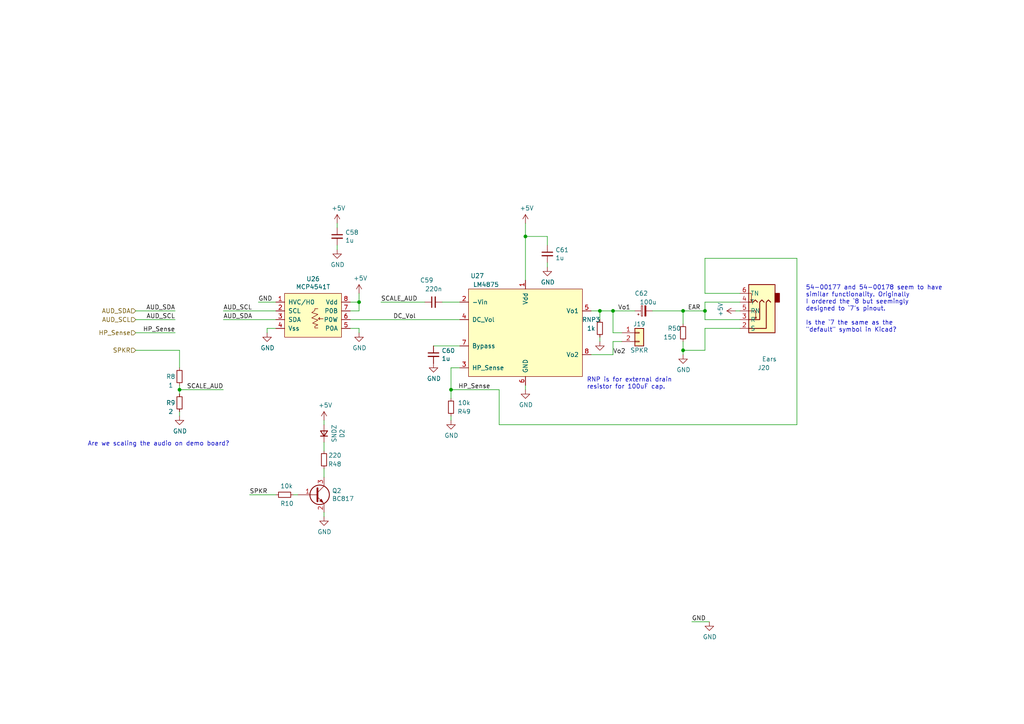
<source format=kicad_sch>
(kicad_sch (version 20230121) (generator eeschema)
  (paper "A4")
  (title_block (title "Audio") (date "2022-06-27") (rev "3b") (company "twitch.tv/baldengineer"))
  (lib_symbols
    (symbol "Mega IIe Rev3 Symbols:AudioJack3_SwitchTR-Tensility_Pins"
      (property "Reference" "J20" (at 0 13.97 0))
      (property "Value" "Ears" (at -1.27 11.43 0))
      (symbol "AudioJack3_SwitchTR-Tensility_Pins_0_1"
        (rectangle (start -5.08 -5.08) (end -6.35 -7.62) (stroke (width 0.254)) (fill (type outline)))
        (polyline (pts (xy 0.508 -0.254) (xy 0.762 -0.762)))
        (polyline (pts (xy 1.778 -5.334) (xy 2.032 -5.842)))
        (polyline (pts (xy 0 -5.08) (xy 0.635 -5.715) (xy 1.27 -5.08) (xy 2.54 -5.08)) (stroke (width 0.254)))
        (polyline (pts (xy 2.54 -7.62) (xy 1.778 -7.62) (xy 1.778 -5.334) (xy 1.524 -5.842)))
        (polyline (pts (xy 2.54 -2.54) (xy 0.508 -2.54) (xy 0.508 -0.254) (xy 0.254 -0.762)))
        (polyline (pts (xy -1.905 -5.08) (xy -1.27 -5.715) (xy -0.635 -5.08) (xy -0.635 0) (xy 2.54 0)) (stroke (width 0.254)))
        (polyline (pts (xy 2.54 2.54) (xy -2.54 2.54) (xy -2.54 -5.08) (xy -3.175 -5.715) (xy -3.81 -5.08)) (stroke (width 0.254)))
        (rectangle (start 2.54 3.81) (end -5.08 -10.16) (stroke (width 0.254)) (fill (type background)))
      )
      (symbol "AudioJack3_SwitchTR-Tensility_Pins_1_1"
        (pin passive line (at 5.08 2.54 180) (length 2.54) (name "S") (number "2"))
        (pin passive line (at 5.08 0 180) (length 2.54) (name "R") (number "3"))
        (pin passive line (at 5.08 -5.08 180) (length 2.54) (name "T") (number "4"))
        (pin passive line (at 5.08 -2.54 180) (length 2.54) (name "RN") (number "5"))
        (pin passive line (at 5.08 -7.62 180) (length 2.54) (name "TN") (number "6"))
      )
    )
    (symbol "Mega IIe Rev3 Symbols:C_Polarized_Small" (pin_numbers hide) (pin_names (offset 0.254) hide)
      (property "Reference" "C" (at 0.254 1.778 0))
      (property "Value" "C_Polarized_Small" (at 0.254 -2.032 0))
      (symbol "C_Polarized_Small_0_1"
        (rectangle (start -1.524 -0.3048) (end 1.524 -0.6858) (fill (type outline)))
        (rectangle (start -1.524 0.6858) (end 1.524 0.3048))
        (polyline (pts (xy -1.27 1.524) (xy -0.762 1.524)))
        (polyline (pts (xy -1.016 1.27) (xy -1.016 1.778)))
      )
      (symbol "C_Polarized_Small_1_1"
        (pin passive line (at 0 2.54 270) (length 1.8542) (name "~") (number "1"))
        (pin passive line (at 0 -2.54 90) (length 1.8542) (name "~") (number "2"))
      )
    )
    (symbol "Mega IIe Rev3 Symbols:C_Small" (pin_numbers hide) (pin_names (offset 0.254) hide)
      (property "Reference" "C" (at 0.254 1.778 0))
      (property "Value" "C_Small" (at 0.254 -2.032 0))
      (symbol "C_Small_0_1"
        (polyline (pts (xy -1.524 -0.508) (xy 1.524 -0.508)) (stroke (width 0.3302)))
        (polyline (pts (xy -1.524 0.508) (xy 1.524 0.508)) (stroke (width 0.3048)))
      )
      (symbol "C_Small_1_1"
        (pin passive line (at 0 2.54 270) (length 2.032) (name "~") (number "1"))
        (pin passive line (at 0 -2.54 90) (length 2.032) (name "~") (number "2"))
      )
    )
    (symbol "Mega IIe Rev3 Symbols:Conn_01x02" (pin_names (offset 1.016) hide)
      (property "Reference" "J" (at 0 2.54 0))
      (property "Value" "Conn_01x02" (at 0 -5.08 0))
      (symbol "Conn_01x02_1_1"
        (rectangle (start -1.27 -2.413) (end 0 -2.667) (stroke (width 0.1524)))
        (rectangle (start -1.27 0.127) (end 0 -0.127) (stroke (width 0.1524)))
        (rectangle (start -1.27 1.27) (end 1.27 -3.81) (stroke (width 0.254)) (fill (type background)))
        (pin passive line (at -5.08 0 0) (length 3.81) (name "Pin_1") (number "1"))
        (pin passive line (at -5.08 -2.54 0) (length 3.81) (name "Pin_2") (number "2"))
      )
    )
    (symbol "Mega IIe Rev3 Symbols:D_1206" (pin_numbers hide) (pin_names (offset 0.254) hide)
      (property "Reference" "D" (at -1.27 2.032 0))
      (property "Value" "D_1206" (at -3.81 -2.032 0))
      (symbol "D_1206_0_1"
        (polyline (pts (xy -0.762 -1.016) (xy -0.762 1.016)) (stroke (width 0.254)))
        (polyline (pts (xy -0.762 0) (xy 0.762 0)))
        (polyline (pts (xy 0.762 -1.016) (xy -0.762 0) (xy 0.762 1.016) (xy 0.762 -1.016)) (stroke (width 0.254)))
      )
      (symbol "D_1206_1_1"
        (pin passive line (at -2.54 0 0) (length 1.778) (name "K") (number "1"))
        (pin passive line (at 2.54 0 180) (length 1.778) (name "A") (number "2"))
      )
    )
    (symbol "Mega IIe Rev3 Symbols:LM4875-My_Library" (pin_names (offset 1.016))
      (property "Reference" "U27" (at -13.97 15.24 0))
      (property "Value" "LM4875" (at -11.43 12.7 0))
      (symbol "LM4875-My_Library_0_1"
        (rectangle (start -16.51 11.43) (end 16.51 -13.97) (fill (type background)))
      )
      (symbol "LM4875-My_Library_1_1"
        (pin power_in line (at 0 13.97 270) (length 2.54) (name "Vdd") (number "1"))
        (pin input line (at -19.05 7.62 0) (length 2.54) (name "-Vin") (number "2"))
        (pin input line (at -19.05 -11.43 0) (length 2.54) (name "HP_Sense") (number "3"))
        (pin input line (at -19.05 2.54 0) (length 2.54) (name "DC_Vol") (number "4"))
        (pin output line (at 19.05 5.08 180) (length 2.54) (name "Vo1") (number "5"))
        (pin power_in line (at 0 -16.51 90) (length 2.54) (name "GND") (number "6"))
        (pin power_out line (at -19.05 -5.08 0) (length 2.54) (name "Bypass") (number "7"))
        (pin output line (at 19.05 -7.62 180) (length 2.54) (name "Vo2") (number "8"))
      )
    )
    (symbol "Mega IIe Rev3 Symbols:MCP4541T" (pin_names (offset 1.016))
      (property "Reference" "U26" (at -0.635 10.541 0))
      (property "Value" "MCP4541T" (at -0.635 8.2296 0))
      (symbol "MCP4541T_0_1"
        (rectangle (start -8.89 6.35) (end 7.62 -6.35) (fill (type background)))
        (polyline (pts (xy 2.286 -1.016) (xy 1.27 -1.016) (xy 1.27 -0.635) (xy 0.889 -1.016) (xy 1.27 -1.27) (xy 1.27 -1.016)))
        (polyline (pts (xy 0.762 -3.683) (xy -0.127 -3.683) (xy -0.127 -3.175) (xy 0.762 -2.794) (xy -0.762 -2.286) (xy 0.762 -1.397) (xy -1.016 -0.762) (xy 0.762 0.254) (xy -1.016 0.762) (xy -0.127 1.397) (xy -0.127 1.905) (xy 0.762 1.905)))
      )
      (symbol "MCP4541T_1_1"
        (pin bidirectional line (at -11.43 3.81 0) (length 2.54) (name "HVC/H0") (number "1"))
        (pin bidirectional line (at -11.43 1.27 0) (length 2.54) (name "SCL") (number "2"))
        (pin bidirectional line (at -11.43 -1.27 0) (length 2.54) (name "SDA") (number "3"))
        (pin power_in line (at -11.43 -3.81 0) (length 2.54) (name "Vss") (number "4"))
        (pin passive line (at 10.16 -3.81 180) (length 2.54) (name "P0A") (number "5"))
        (pin passive line (at 10.16 -1.27 180) (length 2.54) (name "P0W") (number "6"))
        (pin passive line (at 10.16 1.27 180) (length 2.54) (name "P0B") (number "7"))
        (pin power_in line (at 10.16 3.81 180) (length 2.54) (name "Vdd") (number "8"))
      )
    )
    (symbol "Mega IIe Rev3 Symbols:Q_NPN_BEC" (pin_names (offset 0) hide)
      (property "Reference" "Q" (at 5.08 1.27 0))
      (property "Value" "Q_NPN_BEC" (at 5.08 -1.27 0))
      (symbol "Q_NPN_BEC_0_1"
        (polyline (pts (xy 0.635 0.635) (xy 2.54 2.54)))
        (polyline (pts (xy 0.635 -0.635) (xy 2.54 -2.54) (xy 2.54 -2.54)))
        (polyline (pts (xy 0.635 1.905) (xy 0.635 -1.905) (xy 0.635 -1.905)) (stroke (width 0.508)))
        (polyline (pts (xy 1.27 -1.778) (xy 1.778 -1.27) (xy 2.286 -2.286) (xy 1.27 -1.778) (xy 1.27 -1.778)) (fill (type outline)))
        (circle (center 1.27 0) (radius 2.8194) (stroke (width 0.254)))
      )
      (symbol "Q_NPN_BEC_1_1"
        (pin input line (at -5.08 0 0) (length 5.715) (name "B") (number "1"))
        (pin passive line (at 2.54 -5.08 90) (length 2.54) (name "E") (number "2"))
        (pin passive line (at 2.54 5.08 270) (length 2.54) (name "C") (number "3"))
      )
    )
    (symbol "Mega IIe Rev3 Symbols:R_0805" (pin_numbers hide) (pin_names (offset 0.254) hide)
      (property "Reference" "R" (at 0.762 0.508 0))
      (property "Value" "R_0805" (at 0.762 -1.016 0))
      (symbol "R_0805_0_1"
        (rectangle (start -0.762 1.778) (end 0.762 -1.778) (stroke (width 0.2032)))
      )
      (symbol "R_0805_1_1"
        (pin passive line (at 0 2.54 270) (length 0.762) (name "~") (number "1"))
        (pin passive line (at 0 -2.54 90) (length 0.762) (name "~") (number "2"))
      )
    )
    (symbol "R_0805_1" (pin_numbers hide) (pin_names (offset 0.254) hide)
      (property "Reference" "R" (at 0.762 0.508 0))
      (property "Value" "R_0805_1" (at 0.762 -1.016 0))
      (symbol "R_0805_1_0_1"
        (rectangle (start -0.762 1.778) (end 0.762 -1.778) (stroke (width 0.2032)))
      )
      (symbol "R_0805_1_1_1"
        (pin passive line (at 0 2.54 270) (length 0.762) (name "~") (number "1"))
        (pin passive line (at 0 -2.54 90) (length 0.762) (name "~") (number "2"))
      )
    )
    (symbol "R_0805_2" (pin_numbers hide) (pin_names (offset 0.254) hide)
      (property "Reference" "R" (at 0.762 0.508 0))
      (property "Value" "R_0805_2" (at 0.762 -1.016 0))
      (symbol "R_0805_2_0_1"
        (rectangle (start -0.762 1.778) (end 0.762 -1.778) (stroke (width 0.2032)))
      )
      (symbol "R_0805_2_1_1"
        (pin passive line (at 0 2.54 270) (length 0.762) (name "~") (number "1"))
        (pin passive line (at 0 -2.54 90) (length 0.762) (name "~") (number "2"))
      )
    )
    (symbol "R_0805_3" (pin_numbers hide) (pin_names (offset 0.254) hide)
      (property "Reference" "R" (at 0.762 0.508 0))
      (property "Value" "R_0805_3" (at 0.762 -1.016 0))
      (symbol "R_0805_3_0_1"
        (rectangle (start -0.762 1.778) (end 0.762 -1.778) (stroke (width 0.2032)))
      )
      (symbol "R_0805_3_1_1"
        (pin passive line (at 0 2.54 270) (length 0.762) (name "~") (number "1"))
        (pin passive line (at 0 -2.54 90) (length 0.762) (name "~") (number "2"))
      )
    )
    (symbol "R_0805_4" (pin_numbers hide) (pin_names (offset 0.254) hide)
      (property "Reference" "R" (at 0.762 0.508 0))
      (property "Value" "R_0805_4" (at 0.762 -1.016 0))
      (symbol "R_0805_4_0_1"
        (rectangle (start -0.762 1.778) (end 0.762 -1.778) (stroke (width 0.2032)))
      )
      (symbol "R_0805_4_1_1"
        (pin passive line (at 0 2.54 270) (length 0.762) (name "~") (number "1"))
        (pin passive line (at 0 -2.54 90) (length 0.762) (name "~") (number "2"))
      )
    )
    (symbol "R_0805_5" (pin_numbers hide) (pin_names (offset 0.254) hide)
      (property "Reference" "R" (at 0.762 0.508 0))
      (property "Value" "R_0805_5" (at 0.762 -1.016 0))
      (symbol "R_0805_5_0_1"
        (rectangle (start -0.762 1.778) (end 0.762 -1.778) (stroke (width 0.2032)))
      )
      (symbol "R_0805_5_1_1"
        (pin passive line (at 0 2.54 270) (length 0.762) (name "~") (number "1"))
        (pin passive line (at 0 -2.54 90) (length 0.762) (name "~") (number "2"))
      )
    )
    (symbol "R_0805_6" (pin_numbers hide) (pin_names (offset 0.254) hide)
      (property "Reference" "R" (at 0.762 0.508 0))
      (property "Value" "R_0805_6" (at 0.762 -1.016 0))
      (symbol "R_0805_6_0_1"
        (rectangle (start -0.762 1.778) (end 0.762 -1.778) (stroke (width 0.2032)))
      )
      (symbol "R_0805_6_1_1"
        (pin passive line (at 0 2.54 270) (length 0.762) (name "~") (number "1"))
        (pin passive line (at 0 -2.54 90) (length 0.762) (name "~") (number "2"))
      )
    )
    (symbol "power:+5V" (power) (pin_names (offset 0))
      (property "Value" "+5V" (at 0 3.556 0))
      (symbol "+5V_0_1"
        (polyline (pts (xy -0.762 1.27) (xy 0 2.54)))
        (polyline (pts (xy 0 0) (xy 0 2.54)))
        (polyline (pts (xy 0 2.54) (xy 0.762 1.27)))
      )
      (symbol "+5V_1_1"
        (pin power_in line (at 0 0 90) (length 0) hide (name "+5V") (number "1"))
      )
    )
    (symbol "power:GND" (power) (pin_names (offset 0))
      (property "Value" "GND" (at 0 -3.81 0))
      (symbol "GND_0_1"
        (polyline (pts (xy 0 0) (xy 0 -1.27) (xy 1.27 -1.27) (xy 0 -2.54) (xy -1.27 -1.27) (xy 0 -1.27)))
      )
      (symbol "GND_1_1"
        (pin power_in line (at 0 0 270) (length 0) hide (name "GND") (number "1"))
      )
    )
  )
  (junction (at 198.12 101.6))
  (junction (at 52.07 113.03))
  (junction (at 177.8 90.17))
  (junction (at 130.81 113.03))
  (junction (at 204.47 90.17))
  (junction (at 198.12 90.17))
  (junction (at 173.99 90.17))
  (junction (at 152.4 68.58))
  (junction (at 104.14 87.63))
  (wire (pts (xy 158.75 76.2) (xy 158.75 77.47)))
  (wire (pts (xy 177.8 96.52) (xy 180.34 96.52)))
  (wire (pts (xy 214.63 95.25) (xy 204.47 95.25)))
  (wire (pts (xy 39.37 90.17) (xy 50.8 90.17)))
  (wire (pts (xy 130.81 106.68) (xy 133.35 106.68)))
  (wire (pts (xy 198.12 99.06) (xy 198.12 101.6)))
  (wire (pts (xy 177.8 102.87) (xy 177.8 99.06)))
  (wire (pts (xy 52.07 111.76) (xy 52.07 113.03)))
  (wire (pts (xy 52.07 101.6) (xy 52.07 106.68)))
  (wire (pts (xy 97.79 64.77) (xy 97.79 66.04)))
  (wire (pts (xy 198.12 101.6) (xy 198.12 102.87)))
  (wire (pts (xy 152.4 111.76) (xy 152.4 113.03)))
  (wire (pts (xy 231.14 74.93) (xy 231.14 123.19)))
  (wire (pts (xy 204.47 95.25) (xy 204.47 101.6)))
  (wire (pts (xy 158.75 68.58) (xy 152.4 68.58)))
  (wire (pts (xy 133.35 87.63) (xy 128.27 87.63)))
  (wire (pts (xy 133.35 92.71) (xy 101.6 92.71)))
  (wire (pts (xy 39.37 96.52) (xy 50.8 96.52)))
  (wire (pts (xy 214.63 87.63) (xy 204.47 87.63)))
  (wire (pts (xy 104.14 90.17) (xy 104.14 87.63)))
  (wire (pts (xy 101.6 95.25) (xy 104.14 95.25)))
  (wire (pts (xy 110.49 87.63) (xy 123.19 87.63)))
  (wire (pts (xy 52.07 113.03) (xy 52.07 114.3)))
  (wire (pts (xy 204.47 87.63) (xy 204.47 90.17)))
  (wire (pts (xy 93.98 148.59) (xy 93.98 149.86)))
  (wire (pts (xy 93.98 135.89) (xy 93.98 138.43)))
  (wire (pts (xy 189.23 90.17) (xy 198.12 90.17)))
  (wire (pts (xy 39.37 92.71) (xy 50.8 92.71)))
  (wire (pts (xy 52.07 113.03) (xy 64.77 113.03)))
  (wire (pts (xy 85.09 143.51) (xy 86.36 143.51)))
  (wire (pts (xy 130.81 113.03) (xy 130.81 115.57)))
  (wire (pts (xy 214.63 92.71) (xy 204.47 92.71)))
  (wire (pts (xy 204.47 74.93) (xy 231.14 74.93)))
  (wire (pts (xy 214.63 85.09) (xy 204.47 85.09)))
  (wire (pts (xy 158.75 68.58) (xy 158.75 71.12)))
  (wire (pts (xy 173.99 90.17) (xy 177.8 90.17)))
  (wire (pts (xy 97.79 71.12) (xy 97.79 72.39)))
  (wire (pts (xy 177.8 99.06) (xy 180.34 99.06)))
  (wire (pts (xy 133.35 100.33) (xy 125.73 100.33)))
  (wire (pts (xy 39.37 101.6) (xy 52.07 101.6)))
  (wire (pts (xy 93.98 121.92) (xy 93.98 123.19)))
  (wire (pts (xy 177.8 96.52) (xy 177.8 90.17)))
  (wire (pts (xy 200.66 180.34) (xy 205.74 180.34)))
  (wire (pts (xy 93.98 128.27) (xy 93.98 130.81)))
  (wire (pts (xy 173.99 97.79) (xy 173.99 99.06)))
  (wire (pts (xy 213.36 90.17) (xy 214.63 90.17)))
  (wire (pts (xy 171.45 102.87) (xy 177.8 102.87)))
  (wire (pts (xy 204.47 85.09) (xy 204.47 74.93)))
  (wire (pts (xy 144.78 123.19) (xy 231.14 123.19)))
  (wire (pts (xy 80.01 92.71) (xy 64.77 92.71)))
  (wire (pts (xy 101.6 90.17) (xy 104.14 90.17)))
  (wire (pts (xy 130.81 113.03) (xy 144.78 113.03)))
  (wire (pts (xy 104.14 95.25) (xy 104.14 96.52)))
  (wire (pts (xy 171.45 90.17) (xy 173.99 90.17)))
  (wire (pts (xy 173.99 90.17) (xy 173.99 92.71)))
  (wire (pts (xy 144.78 113.03) (xy 144.78 123.19)))
  (wire (pts (xy 72.39 143.51) (xy 80.01 143.51)))
  (wire (pts (xy 198.12 90.17) (xy 198.12 93.98)))
  (wire (pts (xy 204.47 90.17) (xy 198.12 90.17)))
  (wire (pts (xy 52.07 119.38) (xy 52.07 120.65)))
  (wire (pts (xy 130.81 106.68) (xy 130.81 113.03)))
  (wire (pts (xy 204.47 101.6) (xy 198.12 101.6)))
  (wire (pts (xy 80.01 90.17) (xy 64.77 90.17)))
  (wire (pts (xy 74.93 87.63) (xy 80.01 87.63)))
  (wire (pts (xy 152.4 64.77) (xy 152.4 68.58)))
  (wire (pts (xy 104.14 85.09) (xy 104.14 87.63)))
  (wire (pts (xy 130.81 120.65) (xy 130.81 121.92)))
  (wire (pts (xy 77.47 95.25) (xy 77.47 96.52)))
  (wire (pts (xy 177.8 90.17) (xy 184.15 90.17)))
  (wire (pts (xy 204.47 92.71) (xy 204.47 90.17)))
  (wire (pts (xy 152.4 68.58) (xy 152.4 81.28)))
  (wire (pts (xy 80.01 95.25) (xy 77.47 95.25)))
  (wire (pts (xy 104.14 87.63) (xy 101.6 87.63)))
  (text "Are we scaling the audio on demo board?" (at 25.4 129.54 0) (effects (font (size 1.27 1.27)) (justify left bottom)))
  (text "RNP is for external drain\nresistor for 100uF cap." (at 170.18 113.03 0) (effects (font (size 1.27 1.27)) (justify left bottom)))
  (text "54-00177 and 54-00178 seem to have\nsimilar functionality. Originally \nI ordered the `8 but seemingly \ndesigned to `7's pinout.\n\nIs the `7 the same as the \n\"default\" symbol in Kicad?" (at 233.68 96.52 0) (effects (font (size 1.27 1.27)) (justify left bottom)))
  (label "SCALE_AUD" (at 64.77 113.03 180))
  (label "GND" (at 74.93 87.63 0))
  (label "HP_Sense" (at 142.24 113.03 180))
  (label "AUD_SDA" (at 64.77 92.71 0))
  (label "GND" (at 200.66 180.34 0))
  (label "AUD_SDA" (at 50.8 90.17 180))
  (label "DC_Vol" (at 120.65 92.71 180))
  (label "AUD_SCL" (at 64.77 90.17 0))
  (label "Vo2" (at 177.8 102.87 0))
  (label "HP_Sense" (at 50.8 96.52 180))
  (label "EAR" (at 203.2 90.17 180))
  (label "Vo1" (at 182.88 90.17 180))
  (label "SCALE_AUD" (at 110.49 87.63 0))
  (label "SPKR" (at 72.39 143.51 0))
  (label "AUD_SCL" (at 50.8 92.71 180))
  (hierarchical_label "AUD_SDA" (shape input) (at 39.37 90.17 180))
  (hierarchical_label "AUD_SCL" (shape input) (at 39.37 92.71 180))
  (hierarchical_label "SPKR" (shape input) (at 39.37 101.6 180))
  (hierarchical_label "HP_Sense" (shape input) (at 39.37 96.52 180))
  (symbol (lib_name "R_0805_1") (lib_id "Mega IIe Rev3 Symbols:R_0805_1") (at 52.07 116.84 0) (unit 1)
    (property "Reference" "R9" (at 49.53 116.84 0))
    (property "Value" "2" (at 49.53 119.38 0))
    (property "Footprint" "Resistor_SMD:R_0805_2012Metric" (effects hide))
  )
  (symbol (lib_id "power:+5V") (at 104.14 85.09 0) (unit 1)
    (property "Reference" "#PWR0320" (effects hide))
    (property "Value" "+5V" (at 104.521 80.6958 0))
  )
  (symbol (lib_name "R_0805_3") (lib_id "Mega IIe Rev3 Symbols:R_0805_3") (at 198.12 96.52 0) (unit 1)
    (property "Reference" "R50" (at 195.58 95.25 0))
    (property "Value" "150" (at 194.31 97.79 0))
    (property "Footprint" "Resistor_SMD:R_0805_2012Metric" (effects hide))
  )
  (symbol (lib_id "power:GND") (at 173.99 99.06 0) (unit 1)
    (property "Reference" "#PWR0326" (effects hide))
    (property "Value" "GND" (effects hide))
  )
  (symbol (lib_name "R_0805_2") (lib_id "Mega IIe Rev3 Symbols:R_0805_2") (at 52.07 109.22 0) (unit 1)
    (property "Reference" "R8" (at 49.53 109.22 0))
    (property "Value" "1" (at 49.53 111.76 0))
    (property "Footprint" "Resistor_SMD:R_0805_2012Metric" (effects hide))
  )
  (symbol (lib_id "power:GND") (at 97.79 72.39 0) (unit 1)
    (property "Reference" "#PWR0324" (effects hide))
    (property "Value" "GND" (at 97.917 76.7842 0))
  )
  (symbol (lib_id "power:GND") (at 93.98 149.86 0) (unit 1)
    (property "Reference" "#PWR0317" (effects hide))
    (property "Value" "GND" (at 94.107 154.2542 0))
  )
  (symbol (lib_id "Mega IIe Rev3 Symbols:AudioJack3_SwitchTR-Tensility_Pins") (at 219.71 92.71 180) (unit 1)
    (property "Reference" "J20" (at 219.71 106.68 0) (effects (justify right)))
    (property "Value" "Ears" (at 220.98 104.14 0) (effects (justify right)))
    (property "Footprint" "My Libraries:Jack_3.5mm_tensility_54-00177" (effects hide))
    (property "Datasheet" "https://tensility.s3.amazonaws.com/uploads/pdffiles/54-00178.pdf" (effects hide))
    (property "MFG" "Tensility International Corp" (effects hide))
    (property "MPN" "54-00178" (effects hide))
  )
  (symbol (lib_id "power:+5V") (at 213.36 90.17 90) (unit 1)
    (property "Reference" "#PWR0327" (effects hide))
    (property "Value" "+5V" (at 208.9658 89.789 0))
  )
  (symbol (lib_id "power:GND") (at 52.07 120.65 0) (unit 1)
    (property "Reference" "#PWR0316" (effects hide))
    (property "Value" "GND" (at 52.197 125.0442 0))
  )
  (symbol (lib_id "power:GND") (at 152.4 113.03 0) (unit 1)
    (property "Reference" "#PWR0135" (effects hide))
    (property "Value" "GND" (at 152.527 117.4242 0))
  )
  (symbol (lib_name "R_0805_5") (lib_id "Mega IIe Rev3 Symbols:R_0805_5") (at 130.81 118.11 180) (unit 1)
    (property "Reference" "R49" (at 134.62 119.38 0))
    (property "Value" "10k" (at 134.62 116.84 0))
    (property "Footprint" "Resistor_SMD:R_0805_2012Metric" (effects hide))
  )
  (symbol (lib_id "Mega IIe Rev3 Symbols:Conn_01x02") (at 185.42 96.52 0) (unit 1)
    (property "Reference" "J19" (at 185.42 93.98 0))
    (property "Value" "SPKR" (at 185.42 101.6 0))
    (property "Footprint" "Connector_PinHeader_2.54mm:PinHeader_1x02_P2.54mm_Vertical" (effects hide))
  )
  (symbol (lib_id "Mega IIe Rev3 Symbols:Q_NPN_BEC") (at 91.44 143.51 0) (unit 1)
    (property "Reference" "Q2" (at 96.2914 142.3416 0) (effects (justify left)))
    (property "Value" "BC817" (at 96.2914 144.653 0) (effects (justify left)))
    (property "Footprint" "Package_TO_SOT_SMD:SOT-23" (effects hide))
  )
  (symbol (lib_id "Mega IIe Rev3 Symbols:C_Polarized_Small") (at 186.69 90.17 90) (unit 1)
    (property "Reference" "C62" (at 187.96 85.09 90) (effects (justify left)))
    (property "Value" "100u" (at 190.5 87.63 90) (effects (justify left)))
    (property "Footprint" "Capacitor_Tantalum_SMD:CP_EIA-3216-18_Kemet-A" (effects hide))
    (property "MPN" "T520A107M006ATE035" (effects hide))
  )
  (symbol (lib_id "Mega IIe Rev3 Symbols:R_0805") (at 82.55 143.51 270) (unit 1)
    (property "Reference" "R10" (at 81.28 146.05 90) (effects (justify left)))
    (property "Value" "10k" (at 81.28 140.97 90) (effects (justify left)))
    (property "Footprint" "Resistor_SMD:R_0805_2012Metric" (effects hide))
  )
  (symbol (lib_id "Mega IIe Rev3 Symbols:MCP4541T") (at 91.44 91.44 0) (unit 1)
    (property "Reference" "U26" (at 90.805 80.899 0))
    (property "Value" "MCP4541T" (at 90.805 83.2104 0))
    (property "Footprint" "Package_SO:MSOP-8_3x3mm_P0.65mm" (effects hide))
  )
  (symbol (lib_name "R_0805_6") (lib_id "Mega IIe Rev3 Symbols:R_0805_6") (at 93.98 133.35 180) (unit 1)
    (property "Reference" "R48" (at 99.06 134.62 0) (effects (justify left)))
    (property "Value" "220" (at 99.06 132.08 0) (effects (justify left)))
    (property "Footprint" "Resistor_SMD:R_0805_2012Metric" (effects hide))
  )
  (symbol (lib_id "power:GND") (at 205.74 180.34 0) (unit 1)
    (property "Reference" "#PWR0103" (effects hide))
    (property "Value" "GND" (at 205.867 184.7342 0))
  )
  (symbol (lib_id "power:+5V") (at 152.4 64.77 0) (unit 1)
    (property "Reference" "#PWR0322" (effects hide))
    (property "Value" "+5V" (at 152.781 60.3758 0))
  )
  (symbol (lib_id "power:GND") (at 158.75 77.47 0) (unit 1)
    (property "Reference" "#PWR0323" (effects hide))
    (property "Value" "GND" (at 158.877 81.8642 0))
  )
  (symbol (lib_id "power:GND") (at 130.81 121.92 0) (unit 1)
    (property "Reference" "#PWR0325" (effects hide))
    (property "Value" "GND" (at 130.937 126.3142 0))
  )
  (symbol (lib_id "power:+5V") (at 97.79 64.77 0) (unit 1)
    (property "Reference" "#PWR0318" (effects hide))
    (property "Value" "+5V" (at 98.171 60.3758 0))
  )
  (symbol (lib_id "Mega IIe Rev3 Symbols:C_Small") (at 97.79 68.58 0) (unit 1)
    (property "Reference" "C58" (at 100.1268 67.4116 0) (effects (justify left)))
    (property "Value" "1u" (at 100.1268 69.723 0) (effects (justify left)))
    (property "Footprint" "Resistor_SMD:R_0805_2012Metric" (effects hide))
  )
  (symbol (lib_id "power:+5V") (at 93.98 121.92 0) (unit 1)
    (property "Reference" "#PWR0315" (effects hide))
    (property "Value" "+5V" (at 94.361 117.5258 0))
  )
  (symbol (lib_id "Mega IIe Rev3 Symbols:LM4875-My_Library") (at 152.4 95.25 0) (unit 1)
    (property "Reference" "U27" (at 138.43 80.01 0))
    (property "Value" "LM4875" (at 140.97 82.55 0))
    (property "Footprint" "Package_SO:SOIC-8_3.9x4.9mm_P1.27mm" (effects hide))
    (property "Datasheet" "https://www.ti.com/lit/ds/symlink/lm4875.pdf" (effects hide))
  )
  (symbol (lib_id "Mega IIe Rev3 Symbols:C_Small") (at 125.73 102.87 0) (unit 1)
    (property "Reference" "C60" (at 128.0668 101.7016 0) (effects (justify left)))
    (property "Value" "1u" (at 128.0668 104.013 0) (effects (justify left)))
    (property "Footprint" "Resistor_SMD:R_0805_2012Metric" (effects hide))
  )
  (symbol (lib_id "Mega IIe Rev3 Symbols:D_1206") (at 93.98 125.73 90) (unit 1)
    (property "Reference" "D2" (at 99.2378 125.73 0))
    (property "Value" "SNDZ" (at 96.9264 125.73 0))
    (property "Footprint" "LED_SMD:LED_1206_3216Metric" (effects hide))
  )
  (symbol (lib_name "R_0805_4") (lib_id "Mega IIe Rev3 Symbols:R_0805_4") (at 173.99 95.25 0) (unit 1)
    (property "Reference" "RNP3" (at 171.45 92.71 0))
    (property "Value" "1k" (at 171.45 95.25 0))
    (property "Footprint" "Resistor_SMD:R_0805_2012Metric" (effects hide))
  )
  (symbol (lib_id "power:GND") (at 198.12 102.87 0) (unit 1)
    (property "Reference" "#PWR0134" (effects hide))
    (property "Value" "GND" (at 198.247 107.2642 0))
  )
  (symbol (lib_id "power:GND") (at 125.73 105.41 0) (unit 1)
    (property "Reference" "#PWR0319" (effects hide))
    (property "Value" "GND" (at 125.857 109.8042 0))
  )
  (symbol (lib_id "power:GND") (at 77.47 96.52 0) (unit 1)
    (property "Reference" "#PWR0314" (effects hide))
    (property "Value" "GND" (at 77.597 100.9142 0))
  )
  (symbol (lib_id "Mega IIe Rev3 Symbols:C_Small") (at 125.73 87.63 90) (unit 1)
    (property "Reference" "C59" (at 125.73 81.28 90) (effects (justify left)))
    (property "Value" "220n" (at 128.27 83.82 90) (effects (justify left)))
    (property "Footprint" "Resistor_SMD:R_1206_3216Metric" (effects hide))
  )
  (symbol (lib_id "Mega IIe Rev3 Symbols:C_Small") (at 158.75 73.66 0) (unit 1)
    (property "Reference" "C61" (at 161.0868 72.4916 0) (effects (justify left)))
    (property "Value" "1u" (at 161.0868 74.803 0) (effects (justify left)))
    (property "Footprint" "Resistor_SMD:R_0805_2012Metric" (effects hide))
  )
  (symbol (lib_id "power:GND") (at 104.14 96.52 0) (unit 1)
    (property "Reference" "#PWR0321" (effects hide))
    (property "Value" "GND" (at 104.267 100.9142 0))
  )
)
</source>
